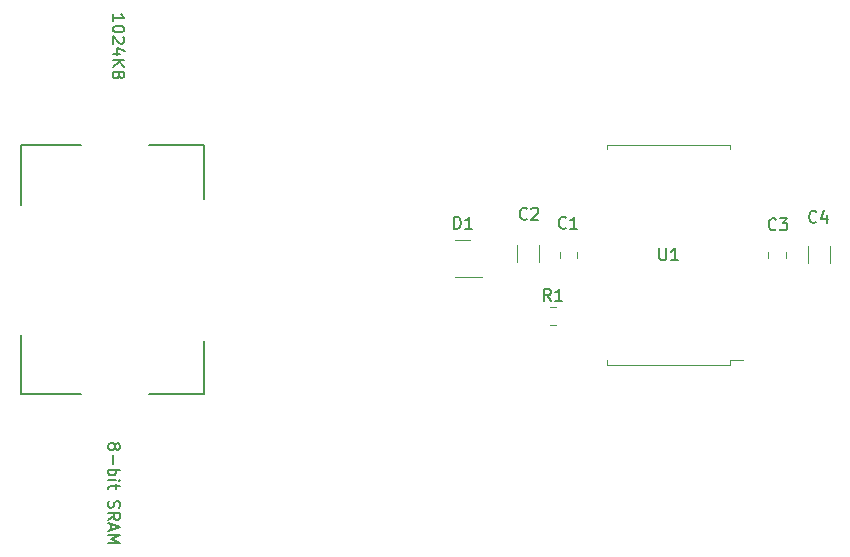
<source format=gbr>
%TF.GenerationSoftware,KiCad,Pcbnew,(6.0.4-0)*%
%TF.CreationDate,2023-12-10T22:35:43+01:00*%
%TF.ProjectId,pcmcia-sram,70636d63-6961-42d7-9372-616d2e6b6963,rev?*%
%TF.SameCoordinates,Original*%
%TF.FileFunction,Legend,Top*%
%TF.FilePolarity,Positive*%
%FSLAX46Y46*%
G04 Gerber Fmt 4.6, Leading zero omitted, Abs format (unit mm)*
G04 Created by KiCad (PCBNEW (6.0.4-0)) date 2023-12-10 22:35:43*
%MOMM*%
%LPD*%
G01*
G04 APERTURE LIST*
%ADD10C,0.150000*%
%ADD11C,0.120000*%
%ADD12C,0.127000*%
G04 APERTURE END LIST*
D10*
X174680619Y-67199142D02*
X174680619Y-66627714D01*
X174680619Y-66913428D02*
X175680619Y-66913428D01*
X175537761Y-66818190D01*
X175442523Y-66722952D01*
X175394904Y-66627714D01*
X175680619Y-67818190D02*
X175680619Y-67913428D01*
X175633000Y-68008666D01*
X175585380Y-68056285D01*
X175490142Y-68103904D01*
X175299666Y-68151523D01*
X175061571Y-68151523D01*
X174871095Y-68103904D01*
X174775857Y-68056285D01*
X174728238Y-68008666D01*
X174680619Y-67913428D01*
X174680619Y-67818190D01*
X174728238Y-67722952D01*
X174775857Y-67675333D01*
X174871095Y-67627714D01*
X175061571Y-67580095D01*
X175299666Y-67580095D01*
X175490142Y-67627714D01*
X175585380Y-67675333D01*
X175633000Y-67722952D01*
X175680619Y-67818190D01*
X175585380Y-68532476D02*
X175633000Y-68580095D01*
X175680619Y-68675333D01*
X175680619Y-68913428D01*
X175633000Y-69008666D01*
X175585380Y-69056285D01*
X175490142Y-69103904D01*
X175394904Y-69103904D01*
X175252047Y-69056285D01*
X174680619Y-68484857D01*
X174680619Y-69103904D01*
X175347285Y-69961047D02*
X174680619Y-69961047D01*
X175728238Y-69722952D02*
X175013952Y-69484857D01*
X175013952Y-70103904D01*
X174680619Y-70484857D02*
X175680619Y-70484857D01*
X174680619Y-71056285D02*
X175252047Y-70627714D01*
X175680619Y-71056285D02*
X175109190Y-70484857D01*
X175204428Y-71818190D02*
X175156809Y-71961047D01*
X175109190Y-72008666D01*
X175013952Y-72056285D01*
X174871095Y-72056285D01*
X174775857Y-72008666D01*
X174728238Y-71961047D01*
X174680619Y-71865809D01*
X174680619Y-71484857D01*
X175680619Y-71484857D01*
X175680619Y-71818190D01*
X175633000Y-71913428D01*
X175585380Y-71961047D01*
X175490142Y-72008666D01*
X175394904Y-72008666D01*
X175299666Y-71961047D01*
X175252047Y-71913428D01*
X175204428Y-71818190D01*
X175204428Y-71484857D01*
X174871047Y-103140380D02*
X174918666Y-103045142D01*
X174966285Y-102997523D01*
X175061523Y-102949904D01*
X175109142Y-102949904D01*
X175204380Y-102997523D01*
X175252000Y-103045142D01*
X175299619Y-103140380D01*
X175299619Y-103330857D01*
X175252000Y-103426095D01*
X175204380Y-103473714D01*
X175109142Y-103521333D01*
X175061523Y-103521333D01*
X174966285Y-103473714D01*
X174918666Y-103426095D01*
X174871047Y-103330857D01*
X174871047Y-103140380D01*
X174823428Y-103045142D01*
X174775809Y-102997523D01*
X174680571Y-102949904D01*
X174490095Y-102949904D01*
X174394857Y-102997523D01*
X174347238Y-103045142D01*
X174299619Y-103140380D01*
X174299619Y-103330857D01*
X174347238Y-103426095D01*
X174394857Y-103473714D01*
X174490095Y-103521333D01*
X174680571Y-103521333D01*
X174775809Y-103473714D01*
X174823428Y-103426095D01*
X174871047Y-103330857D01*
X174680571Y-103949904D02*
X174680571Y-104711809D01*
X174299619Y-105188000D02*
X175299619Y-105188000D01*
X174918666Y-105188000D02*
X174966285Y-105283238D01*
X174966285Y-105473714D01*
X174918666Y-105568952D01*
X174871047Y-105616571D01*
X174775809Y-105664190D01*
X174490095Y-105664190D01*
X174394857Y-105616571D01*
X174347238Y-105568952D01*
X174299619Y-105473714D01*
X174299619Y-105283238D01*
X174347238Y-105188000D01*
X174299619Y-106092761D02*
X174966285Y-106092761D01*
X175299619Y-106092761D02*
X175252000Y-106045142D01*
X175204380Y-106092761D01*
X175252000Y-106140380D01*
X175299619Y-106092761D01*
X175204380Y-106092761D01*
X174966285Y-106426095D02*
X174966285Y-106807047D01*
X175299619Y-106568952D02*
X174442476Y-106568952D01*
X174347238Y-106616571D01*
X174299619Y-106711809D01*
X174299619Y-106807047D01*
X174347238Y-107854666D02*
X174299619Y-107997523D01*
X174299619Y-108235619D01*
X174347238Y-108330857D01*
X174394857Y-108378476D01*
X174490095Y-108426095D01*
X174585333Y-108426095D01*
X174680571Y-108378476D01*
X174728190Y-108330857D01*
X174775809Y-108235619D01*
X174823428Y-108045142D01*
X174871047Y-107949904D01*
X174918666Y-107902285D01*
X175013904Y-107854666D01*
X175109142Y-107854666D01*
X175204380Y-107902285D01*
X175252000Y-107949904D01*
X175299619Y-108045142D01*
X175299619Y-108283238D01*
X175252000Y-108426095D01*
X174299619Y-109426095D02*
X174775809Y-109092761D01*
X174299619Y-108854666D02*
X175299619Y-108854666D01*
X175299619Y-109235619D01*
X175252000Y-109330857D01*
X175204380Y-109378476D01*
X175109142Y-109426095D01*
X174966285Y-109426095D01*
X174871047Y-109378476D01*
X174823428Y-109330857D01*
X174775809Y-109235619D01*
X174775809Y-108854666D01*
X174585333Y-109807047D02*
X174585333Y-110283238D01*
X174299619Y-109711809D02*
X175299619Y-110045142D01*
X174299619Y-110378476D01*
X174299619Y-110711809D02*
X175299619Y-110711809D01*
X174585333Y-111045142D01*
X175299619Y-111378476D01*
X174299619Y-111378476D01*
%TO.C,R1*%
X211796333Y-90876380D02*
X211463000Y-90400190D01*
X211224904Y-90876380D02*
X211224904Y-89876380D01*
X211605857Y-89876380D01*
X211701095Y-89924000D01*
X211748714Y-89971619D01*
X211796333Y-90066857D01*
X211796333Y-90209714D01*
X211748714Y-90304952D01*
X211701095Y-90352571D01*
X211605857Y-90400190D01*
X211224904Y-90400190D01*
X212748714Y-90876380D02*
X212177285Y-90876380D01*
X212463000Y-90876380D02*
X212463000Y-89876380D01*
X212367761Y-90019238D01*
X212272523Y-90114476D01*
X212177285Y-90162095D01*
%TO.C,U1*%
X220980095Y-86447380D02*
X220980095Y-87256904D01*
X221027714Y-87352142D01*
X221075333Y-87399761D01*
X221170571Y-87447380D01*
X221361047Y-87447380D01*
X221456285Y-87399761D01*
X221503904Y-87352142D01*
X221551523Y-87256904D01*
X221551523Y-86447380D01*
X222551523Y-87447380D02*
X221980095Y-87447380D01*
X222265809Y-87447380D02*
X222265809Y-86447380D01*
X222170571Y-86590238D01*
X222075333Y-86685476D01*
X221980095Y-86733095D01*
%TO.C,C4*%
X234275333Y-84177142D02*
X234227714Y-84224761D01*
X234084857Y-84272380D01*
X233989619Y-84272380D01*
X233846761Y-84224761D01*
X233751523Y-84129523D01*
X233703904Y-84034285D01*
X233656285Y-83843809D01*
X233656285Y-83700952D01*
X233703904Y-83510476D01*
X233751523Y-83415238D01*
X233846761Y-83320000D01*
X233989619Y-83272380D01*
X234084857Y-83272380D01*
X234227714Y-83320000D01*
X234275333Y-83367619D01*
X235132476Y-83605714D02*
X235132476Y-84272380D01*
X234894380Y-83224761D02*
X234656285Y-83939047D01*
X235275333Y-83939047D01*
%TO.C,C2*%
X209764333Y-83923142D02*
X209716714Y-83970761D01*
X209573857Y-84018380D01*
X209478619Y-84018380D01*
X209335761Y-83970761D01*
X209240523Y-83875523D01*
X209192904Y-83780285D01*
X209145285Y-83589809D01*
X209145285Y-83446952D01*
X209192904Y-83256476D01*
X209240523Y-83161238D01*
X209335761Y-83066000D01*
X209478619Y-83018380D01*
X209573857Y-83018380D01*
X209716714Y-83066000D01*
X209764333Y-83113619D01*
X210145285Y-83113619D02*
X210192904Y-83066000D01*
X210288142Y-83018380D01*
X210526238Y-83018380D01*
X210621476Y-83066000D01*
X210669095Y-83113619D01*
X210716714Y-83208857D01*
X210716714Y-83304095D01*
X210669095Y-83446952D01*
X210097666Y-84018380D01*
X210716714Y-84018380D01*
%TO.C,D1*%
X203604904Y-84780380D02*
X203604904Y-83780380D01*
X203843000Y-83780380D01*
X203985857Y-83828000D01*
X204081095Y-83923238D01*
X204128714Y-84018476D01*
X204176333Y-84208952D01*
X204176333Y-84351809D01*
X204128714Y-84542285D01*
X204081095Y-84637523D01*
X203985857Y-84732761D01*
X203843000Y-84780380D01*
X203604904Y-84780380D01*
X205128714Y-84780380D02*
X204557285Y-84780380D01*
X204843000Y-84780380D02*
X204843000Y-83780380D01*
X204747761Y-83923238D01*
X204652523Y-84018476D01*
X204557285Y-84066095D01*
%TO.C,C3*%
X230846333Y-84812142D02*
X230798714Y-84859761D01*
X230655857Y-84907380D01*
X230560619Y-84907380D01*
X230417761Y-84859761D01*
X230322523Y-84764523D01*
X230274904Y-84669285D01*
X230227285Y-84478809D01*
X230227285Y-84335952D01*
X230274904Y-84145476D01*
X230322523Y-84050238D01*
X230417761Y-83955000D01*
X230560619Y-83907380D01*
X230655857Y-83907380D01*
X230798714Y-83955000D01*
X230846333Y-84002619D01*
X231179666Y-83907380D02*
X231798714Y-83907380D01*
X231465380Y-84288333D01*
X231608238Y-84288333D01*
X231703476Y-84335952D01*
X231751095Y-84383571D01*
X231798714Y-84478809D01*
X231798714Y-84716904D01*
X231751095Y-84812142D01*
X231703476Y-84859761D01*
X231608238Y-84907380D01*
X231322523Y-84907380D01*
X231227285Y-84859761D01*
X231179666Y-84812142D01*
%TO.C,C1*%
X213066333Y-84685142D02*
X213018714Y-84732761D01*
X212875857Y-84780380D01*
X212780619Y-84780380D01*
X212637761Y-84732761D01*
X212542523Y-84637523D01*
X212494904Y-84542285D01*
X212447285Y-84351809D01*
X212447285Y-84208952D01*
X212494904Y-84018476D01*
X212542523Y-83923238D01*
X212637761Y-83828000D01*
X212780619Y-83780380D01*
X212875857Y-83780380D01*
X213018714Y-83828000D01*
X213066333Y-83875619D01*
X214018714Y-84780380D02*
X213447285Y-84780380D01*
X213733000Y-84780380D02*
X213733000Y-83780380D01*
X213637761Y-83923238D01*
X213542523Y-84018476D01*
X213447285Y-84066095D01*
D11*
%TO.C,R1*%
X212190064Y-91448000D02*
X211735936Y-91448000D01*
X212190064Y-92918000D02*
X211735936Y-92918000D01*
D12*
%TO.C,CR2032*%
X166929000Y-93765000D02*
X166929000Y-98815000D01*
X166929000Y-98815000D02*
X172009000Y-98815000D01*
X182429000Y-98815000D02*
X177749000Y-98815000D01*
X182429000Y-77715000D02*
X182429000Y-82265000D01*
X166929000Y-77715000D02*
X166929000Y-82765000D01*
X182429000Y-94265000D02*
X182429000Y-98815000D01*
X172009000Y-77715000D02*
X166929000Y-77715000D01*
X177749000Y-77715000D02*
X182429000Y-77715000D01*
D11*
%TO.C,U1*%
X221742000Y-77680000D02*
X226932000Y-77680000D01*
X226932000Y-95930000D02*
X228092000Y-95930000D01*
X221742000Y-96310000D02*
X216552000Y-96310000D01*
X226932000Y-96310000D02*
X226932000Y-95930000D01*
X226932000Y-77680000D02*
X226932000Y-78060000D01*
X221742000Y-96310000D02*
X226932000Y-96310000D01*
X221742000Y-77680000D02*
X216552000Y-77680000D01*
X216552000Y-96310000D02*
X216552000Y-95930000D01*
X216552000Y-77680000D02*
X216552000Y-78060000D01*
%TO.C,C4*%
X235399000Y-87687252D02*
X235399000Y-86264748D01*
X233579000Y-87687252D02*
X233579000Y-86264748D01*
%TO.C,C2*%
X210761000Y-86137748D02*
X210761000Y-87560252D01*
X208941000Y-86137748D02*
X208941000Y-87560252D01*
%TO.C,D1*%
X204294500Y-88870000D02*
X203644500Y-88870000D01*
X204294500Y-85750000D02*
X204944500Y-85750000D01*
X204294500Y-85750000D02*
X203644500Y-85750000D01*
X204294500Y-88870000D02*
X205969500Y-88870000D01*
%TO.C,C3*%
X231668000Y-87237252D02*
X231668000Y-86714748D01*
X230198000Y-87237252D02*
X230198000Y-86714748D01*
%TO.C,C1*%
X214015000Y-86714748D02*
X214015000Y-87237252D01*
X212545000Y-86714748D02*
X212545000Y-87237252D01*
%TD*%
M02*

</source>
